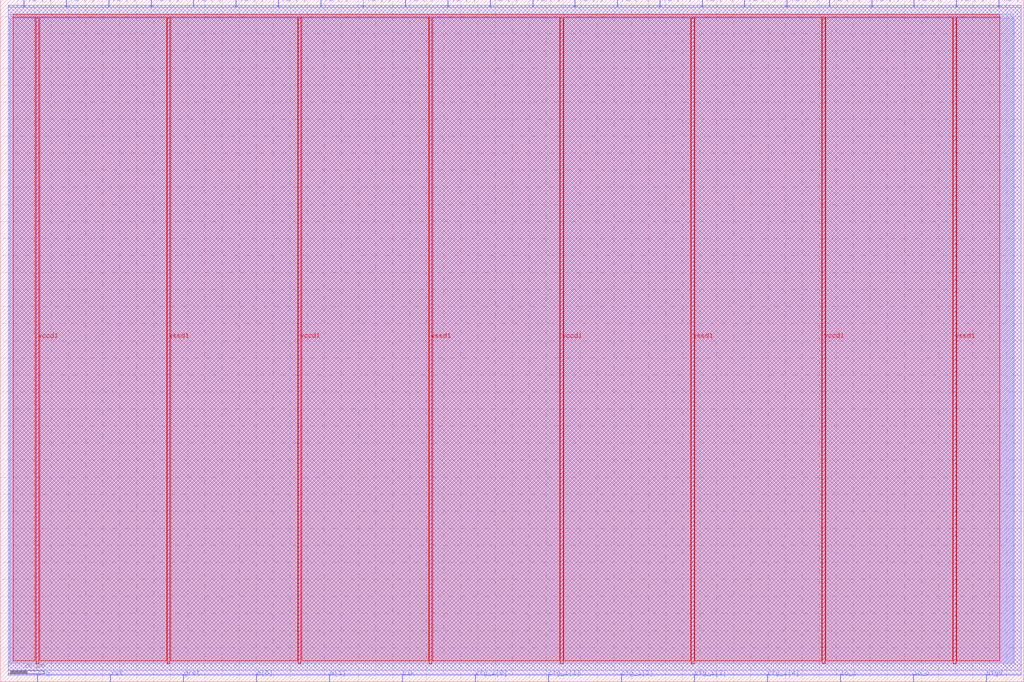
<source format=lef>
VERSION 5.7 ;
  NOWIREEXTENSIONATPIN ON ;
  DIVIDERCHAR "/" ;
  BUSBITCHARS "[]" ;
MACRO x64
  CLASS BLOCK ;
  FOREIGN x64 ;
  ORIGIN 0.000 0.000 ;
  SIZE 600.000 BY 400.000 ;
  PIN cfg
    DIRECTION INPUT ;
    USE SIGNAL ;
    PORT
      LAYER met2 ;
        RECT 21.710 0.000 21.990 4.000 ;
    END
  END cfg
  PIN cfg_i[0]
    DIRECTION INPUT ;
    USE SIGNAL ;
    PORT
      LAYER met2 ;
        RECT 278.390 0.000 278.670 4.000 ;
    END
  END cfg_i[0]
  PIN cfg_i[1]
    DIRECTION INPUT ;
    USE SIGNAL ;
    PORT
      LAYER met2 ;
        RECT 321.170 0.000 321.450 4.000 ;
    END
  END cfg_i[1]
  PIN cfg_i[2]
    DIRECTION INPUT ;
    USE SIGNAL ;
    PORT
      LAYER met2 ;
        RECT 363.950 0.000 364.230 4.000 ;
    END
  END cfg_i[2]
  PIN cfg_i[3]
    DIRECTION INPUT ;
    USE SIGNAL ;
    PORT
      LAYER met2 ;
        RECT 406.730 0.000 407.010 4.000 ;
    END
  END cfg_i[3]
  PIN cfg_i[4]
    DIRECTION INPUT ;
    USE SIGNAL ;
    PORT
      LAYER met2 ;
        RECT 449.510 0.000 449.790 4.000 ;
    END
  END cfg_i[4]
  PIN cfgd
    DIRECTION OUTPUT TRISTATE ;
    USE SIGNAL ;
    PORT
      LAYER met2 ;
        RECT 577.850 0.000 578.130 4.000 ;
    END
  END cfgd
  PIN clk
    DIRECTION INPUT ;
    USE SIGNAL ;
    PORT
      LAYER met2 ;
        RECT 235.610 0.000 235.890 4.000 ;
    END
  END clk
  PIN grst
    DIRECTION INPUT ;
    USE SIGNAL ;
    PORT
      LAYER met2 ;
        RECT 107.270 0.000 107.550 4.000 ;
    END
  END grst
  PIN io_i
    DIRECTION INPUT ;
    USE SIGNAL ;
    PORT
      LAYER met2 ;
        RECT 492.290 0.000 492.570 4.000 ;
    END
  END io_i
  PIN io_o
    DIRECTION OUTPUT TRISTATE ;
    USE SIGNAL ;
    PORT
      LAYER met2 ;
        RECT 535.070 0.000 535.350 4.000 ;
    END
  END io_o
  PIN m[0]
    DIRECTION INPUT ;
    USE SIGNAL ;
    PORT
      LAYER met2 ;
        RECT 150.050 0.000 150.330 4.000 ;
    END
  END m[0]
  PIN m[1]
    DIRECTION INPUT ;
    USE SIGNAL ;
    PORT
      LAYER met2 ;
        RECT 192.830 0.000 193.110 4.000 ;
    END
  END m[1]
  PIN rst
    DIRECTION INPUT ;
    USE SIGNAL ;
    PORT
      LAYER met2 ;
        RECT 64.490 0.000 64.770 4.000 ;
    END
  END rst
  PIN up_i[0]
    DIRECTION INPUT ;
    USE SIGNAL ;
    PORT
      LAYER met2 ;
        RECT 113.250 396.000 113.530 400.000 ;
    END
  END up_i[0]
  PIN up_i[10]
    DIRECTION INPUT ;
    USE SIGNAL ;
    PORT
      LAYER met2 ;
        RECT 361.650 396.000 361.930 400.000 ;
    END
  END up_i[10]
  PIN up_i[11]
    DIRECTION INPUT ;
    USE SIGNAL ;
    PORT
      LAYER met2 ;
        RECT 386.490 396.000 386.770 400.000 ;
    END
  END up_i[11]
  PIN up_i[12]
    DIRECTION INPUT ;
    USE SIGNAL ;
    PORT
      LAYER met2 ;
        RECT 411.330 396.000 411.610 400.000 ;
    END
  END up_i[12]
  PIN up_i[13]
    DIRECTION INPUT ;
    USE SIGNAL ;
    PORT
      LAYER met2 ;
        RECT 436.170 396.000 436.450 400.000 ;
    END
  END up_i[13]
  PIN up_i[14]
    DIRECTION INPUT ;
    USE SIGNAL ;
    PORT
      LAYER met2 ;
        RECT 461.010 396.000 461.290 400.000 ;
    END
  END up_i[14]
  PIN up_i[15]
    DIRECTION INPUT ;
    USE SIGNAL ;
    PORT
      LAYER met2 ;
        RECT 485.850 396.000 486.130 400.000 ;
    END
  END up_i[15]
  PIN up_i[1]
    DIRECTION INPUT ;
    USE SIGNAL ;
    PORT
      LAYER met2 ;
        RECT 138.090 396.000 138.370 400.000 ;
    END
  END up_i[1]
  PIN up_i[2]
    DIRECTION INPUT ;
    USE SIGNAL ;
    PORT
      LAYER met2 ;
        RECT 162.930 396.000 163.210 400.000 ;
    END
  END up_i[2]
  PIN up_i[3]
    DIRECTION INPUT ;
    USE SIGNAL ;
    PORT
      LAYER met2 ;
        RECT 187.770 396.000 188.050 400.000 ;
    END
  END up_i[3]
  PIN up_i[4]
    DIRECTION INPUT ;
    USE SIGNAL ;
    PORT
      LAYER met2 ;
        RECT 212.610 396.000 212.890 400.000 ;
    END
  END up_i[4]
  PIN up_i[5]
    DIRECTION INPUT ;
    USE SIGNAL ;
    PORT
      LAYER met2 ;
        RECT 237.450 396.000 237.730 400.000 ;
    END
  END up_i[5]
  PIN up_i[6]
    DIRECTION INPUT ;
    USE SIGNAL ;
    PORT
      LAYER met2 ;
        RECT 262.290 396.000 262.570 400.000 ;
    END
  END up_i[6]
  PIN up_i[7]
    DIRECTION INPUT ;
    USE SIGNAL ;
    PORT
      LAYER met2 ;
        RECT 287.130 396.000 287.410 400.000 ;
    END
  END up_i[7]
  PIN up_i[8]
    DIRECTION INPUT ;
    USE SIGNAL ;
    PORT
      LAYER met2 ;
        RECT 311.970 396.000 312.250 400.000 ;
    END
  END up_i[8]
  PIN up_i[9]
    DIRECTION INPUT ;
    USE SIGNAL ;
    PORT
      LAYER met2 ;
        RECT 336.810 396.000 337.090 400.000 ;
    END
  END up_i[9]
  PIN up_o[0]
    DIRECTION OUTPUT TRISTATE ;
    USE SIGNAL ;
    PORT
      LAYER met2 ;
        RECT 13.890 396.000 14.170 400.000 ;
    END
  END up_o[0]
  PIN up_o[1]
    DIRECTION OUTPUT TRISTATE ;
    USE SIGNAL ;
    PORT
      LAYER met2 ;
        RECT 38.730 396.000 39.010 400.000 ;
    END
  END up_o[1]
  PIN up_o[2]
    DIRECTION OUTPUT TRISTATE ;
    USE SIGNAL ;
    PORT
      LAYER met2 ;
        RECT 63.570 396.000 63.850 400.000 ;
    END
  END up_o[2]
  PIN up_o[3]
    DIRECTION OUTPUT TRISTATE ;
    USE SIGNAL ;
    PORT
      LAYER met2 ;
        RECT 88.410 396.000 88.690 400.000 ;
    END
  END up_o[3]
  PIN up_o[4]
    DIRECTION OUTPUT TRISTATE ;
    USE SIGNAL ;
    PORT
      LAYER met2 ;
        RECT 510.690 396.000 510.970 400.000 ;
    END
  END up_o[4]
  PIN up_o[5]
    DIRECTION OUTPUT TRISTATE ;
    USE SIGNAL ;
    PORT
      LAYER met2 ;
        RECT 535.530 396.000 535.810 400.000 ;
    END
  END up_o[5]
  PIN up_o[6]
    DIRECTION OUTPUT TRISTATE ;
    USE SIGNAL ;
    PORT
      LAYER met2 ;
        RECT 560.370 396.000 560.650 400.000 ;
    END
  END up_o[6]
  PIN up_o[7]
    DIRECTION OUTPUT TRISTATE ;
    USE SIGNAL ;
    PORT
      LAYER met2 ;
        RECT 585.210 396.000 585.490 400.000 ;
    END
  END up_o[7]
  PIN vccd1
    DIRECTION INOUT ;
    USE POWER ;
    PORT
      LAYER met4 ;
        RECT 21.040 10.640 22.640 389.200 ;
    END
    PORT
      LAYER met4 ;
        RECT 174.640 10.640 176.240 389.200 ;
    END
    PORT
      LAYER met4 ;
        RECT 328.240 10.640 329.840 389.200 ;
    END
    PORT
      LAYER met4 ;
        RECT 481.840 10.640 483.440 389.200 ;
    END
  END vccd1
  PIN vssd1
    DIRECTION INOUT ;
    USE GROUND ;
    PORT
      LAYER met4 ;
        RECT 97.840 10.640 99.440 389.200 ;
    END
    PORT
      LAYER met4 ;
        RECT 251.440 10.640 253.040 389.200 ;
    END
    PORT
      LAYER met4 ;
        RECT 405.040 10.640 406.640 389.200 ;
    END
    PORT
      LAYER met4 ;
        RECT 558.640 10.640 560.240 389.200 ;
    END
  END vssd1
  OBS
      LAYER li1 ;
        RECT 5.520 10.795 594.320 389.045 ;
      LAYER met1 ;
        RECT 4.670 6.840 598.390 396.740 ;
      LAYER met2 ;
        RECT 4.690 395.720 13.610 396.770 ;
        RECT 14.450 395.720 38.450 396.770 ;
        RECT 39.290 395.720 63.290 396.770 ;
        RECT 64.130 395.720 88.130 396.770 ;
        RECT 88.970 395.720 112.970 396.770 ;
        RECT 113.810 395.720 137.810 396.770 ;
        RECT 138.650 395.720 162.650 396.770 ;
        RECT 163.490 395.720 187.490 396.770 ;
        RECT 188.330 395.720 212.330 396.770 ;
        RECT 213.170 395.720 237.170 396.770 ;
        RECT 238.010 395.720 262.010 396.770 ;
        RECT 262.850 395.720 286.850 396.770 ;
        RECT 287.690 395.720 311.690 396.770 ;
        RECT 312.530 395.720 336.530 396.770 ;
        RECT 337.370 395.720 361.370 396.770 ;
        RECT 362.210 395.720 386.210 396.770 ;
        RECT 387.050 395.720 411.050 396.770 ;
        RECT 411.890 395.720 435.890 396.770 ;
        RECT 436.730 395.720 460.730 396.770 ;
        RECT 461.570 395.720 485.570 396.770 ;
        RECT 486.410 395.720 510.410 396.770 ;
        RECT 511.250 395.720 535.250 396.770 ;
        RECT 536.090 395.720 560.090 396.770 ;
        RECT 560.930 395.720 584.930 396.770 ;
        RECT 585.770 395.720 598.360 396.770 ;
        RECT 4.690 4.280 598.360 395.720 ;
        RECT 4.690 3.670 21.430 4.280 ;
        RECT 22.270 3.670 64.210 4.280 ;
        RECT 65.050 3.670 106.990 4.280 ;
        RECT 107.830 3.670 149.770 4.280 ;
        RECT 150.610 3.670 192.550 4.280 ;
        RECT 193.390 3.670 235.330 4.280 ;
        RECT 236.170 3.670 278.110 4.280 ;
        RECT 278.950 3.670 320.890 4.280 ;
        RECT 321.730 3.670 363.670 4.280 ;
        RECT 364.510 3.670 406.450 4.280 ;
        RECT 407.290 3.670 449.230 4.280 ;
        RECT 450.070 3.670 492.010 4.280 ;
        RECT 492.850 3.670 534.790 4.280 ;
        RECT 535.630 3.670 577.570 4.280 ;
        RECT 578.410 3.670 598.360 4.280 ;
      LAYER met3 ;
        RECT 4.665 10.715 593.795 391.505 ;
      LAYER met4 ;
        RECT 7.655 389.600 585.745 391.505 ;
        RECT 7.655 12.415 20.640 389.600 ;
        RECT 23.040 12.415 97.440 389.600 ;
        RECT 99.840 12.415 174.240 389.600 ;
        RECT 176.640 12.415 251.040 389.600 ;
        RECT 253.440 12.415 327.840 389.600 ;
        RECT 330.240 12.415 404.640 389.600 ;
        RECT 407.040 12.415 481.440 389.600 ;
        RECT 483.840 12.415 558.240 389.600 ;
        RECT 560.640 12.415 585.745 389.600 ;
  END
END x64
END LIBRARY


</source>
